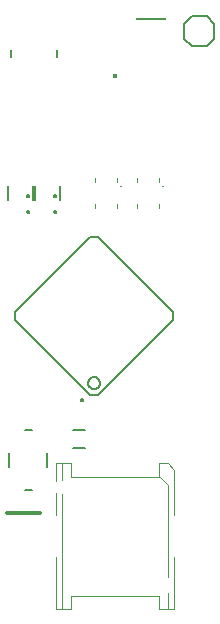
<source format=gbo>
G75*
%MOIN*%
%OFA0B0*%
%FSLAX25Y25*%
%IPPOS*%
%LPD*%
%AMOC8*
5,1,8,0,0,1.08239X$1,22.5*
%
%ADD10C,0.01200*%
%ADD11C,0.00394*%
%ADD12C,0.00600*%
%ADD13C,0.00500*%
%ADD14C,0.00787*%
%ADD15C,0.00800*%
%ADD16R,0.01673X0.01772*%
%ADD17R,0.10000X0.01000*%
D10*
X0048663Y0039000D02*
X0059663Y0039000D01*
D11*
X0064978Y0006987D02*
X0067144Y0006987D01*
X0067144Y0045176D01*
X0064978Y0045570D02*
X0064978Y0038090D01*
X0064978Y0049507D02*
X0064978Y0055413D01*
X0067144Y0055413D01*
X0067144Y0049704D01*
X0070097Y0050885D02*
X0070097Y0055413D01*
X0067144Y0055413D01*
X0070097Y0050885D02*
X0099230Y0050885D01*
X0099230Y0051279D01*
X0102183Y0048326D01*
X0102183Y0017617D01*
X0102183Y0012106D02*
X0102183Y0006987D01*
X0104349Y0006987D01*
X0104349Y0024310D01*
X0104349Y0038090D02*
X0104349Y0053247D01*
X0102183Y0055413D01*
X0099230Y0055413D01*
X0099230Y0051279D01*
X0064978Y0024310D02*
X0064978Y0006987D01*
X0067144Y0006987D02*
X0070097Y0006987D01*
X0070097Y0011121D01*
X0099230Y0011121D01*
X0099230Y0006987D01*
X0102183Y0006987D01*
X0099207Y0140382D02*
X0099207Y0141957D01*
X0092120Y0141957D02*
X0092120Y0140382D01*
X0085207Y0140382D02*
X0085207Y0141957D01*
X0078120Y0141957D02*
X0078120Y0140382D01*
X0078120Y0149043D02*
X0078120Y0150618D01*
X0085207Y0150618D02*
X0085207Y0149043D01*
X0092120Y0149043D02*
X0092120Y0150618D01*
X0099207Y0150618D02*
X0099207Y0149043D01*
D12*
X0066187Y0147803D02*
X0066187Y0143197D01*
X0058140Y0143197D02*
X0058140Y0147803D01*
X0057187Y0147803D02*
X0057187Y0143197D01*
X0049140Y0143197D02*
X0049140Y0147803D01*
X0107663Y0197000D02*
X0110163Y0194500D01*
X0115163Y0194500D01*
X0117663Y0197000D01*
X0117663Y0202000D01*
X0115163Y0204500D01*
X0110163Y0204500D01*
X0107663Y0202000D01*
X0107663Y0197000D01*
D13*
X0065282Y0193300D02*
X0065282Y0190700D01*
X0050045Y0190700D02*
X0050045Y0193300D01*
X0055331Y0144476D02*
X0055333Y0144513D01*
X0055339Y0144550D01*
X0055349Y0144587D01*
X0055362Y0144621D01*
X0055380Y0144655D01*
X0055400Y0144686D01*
X0055424Y0144715D01*
X0055451Y0144741D01*
X0055481Y0144764D01*
X0055512Y0144784D01*
X0055546Y0144800D01*
X0055581Y0144813D01*
X0055618Y0144822D01*
X0055655Y0144827D01*
X0055692Y0144828D01*
X0055730Y0144825D01*
X0055767Y0144818D01*
X0055802Y0144807D01*
X0055837Y0144793D01*
X0055870Y0144774D01*
X0055900Y0144753D01*
X0055929Y0144728D01*
X0055954Y0144701D01*
X0055976Y0144671D01*
X0055995Y0144638D01*
X0056011Y0144604D01*
X0056023Y0144569D01*
X0056031Y0144532D01*
X0056035Y0144495D01*
X0056035Y0144457D01*
X0056031Y0144420D01*
X0056023Y0144383D01*
X0056011Y0144348D01*
X0055995Y0144314D01*
X0055976Y0144281D01*
X0055954Y0144251D01*
X0055929Y0144224D01*
X0055900Y0144199D01*
X0055870Y0144178D01*
X0055837Y0144159D01*
X0055802Y0144145D01*
X0055767Y0144134D01*
X0055730Y0144127D01*
X0055692Y0144124D01*
X0055655Y0144125D01*
X0055618Y0144130D01*
X0055581Y0144139D01*
X0055546Y0144152D01*
X0055512Y0144168D01*
X0055481Y0144188D01*
X0055451Y0144211D01*
X0055424Y0144237D01*
X0055400Y0144266D01*
X0055380Y0144297D01*
X0055362Y0144331D01*
X0055349Y0144365D01*
X0055339Y0144402D01*
X0055333Y0144439D01*
X0055331Y0144476D01*
X0064331Y0144476D02*
X0064333Y0144513D01*
X0064339Y0144550D01*
X0064349Y0144587D01*
X0064362Y0144621D01*
X0064380Y0144655D01*
X0064400Y0144686D01*
X0064424Y0144715D01*
X0064451Y0144741D01*
X0064481Y0144764D01*
X0064512Y0144784D01*
X0064546Y0144800D01*
X0064581Y0144813D01*
X0064618Y0144822D01*
X0064655Y0144827D01*
X0064692Y0144828D01*
X0064730Y0144825D01*
X0064767Y0144818D01*
X0064802Y0144807D01*
X0064837Y0144793D01*
X0064870Y0144774D01*
X0064900Y0144753D01*
X0064929Y0144728D01*
X0064954Y0144701D01*
X0064976Y0144671D01*
X0064995Y0144638D01*
X0065011Y0144604D01*
X0065023Y0144569D01*
X0065031Y0144532D01*
X0065035Y0144495D01*
X0065035Y0144457D01*
X0065031Y0144420D01*
X0065023Y0144383D01*
X0065011Y0144348D01*
X0064995Y0144314D01*
X0064976Y0144281D01*
X0064954Y0144251D01*
X0064929Y0144224D01*
X0064900Y0144199D01*
X0064870Y0144178D01*
X0064837Y0144159D01*
X0064802Y0144145D01*
X0064767Y0144134D01*
X0064730Y0144127D01*
X0064692Y0144124D01*
X0064655Y0144125D01*
X0064618Y0144130D01*
X0064581Y0144139D01*
X0064546Y0144152D01*
X0064512Y0144168D01*
X0064481Y0144188D01*
X0064451Y0144211D01*
X0064424Y0144237D01*
X0064400Y0144266D01*
X0064380Y0144297D01*
X0064362Y0144331D01*
X0064349Y0144365D01*
X0064339Y0144402D01*
X0064333Y0144439D01*
X0064331Y0144476D01*
X0064411Y0139200D02*
X0064413Y0139237D01*
X0064419Y0139274D01*
X0064429Y0139311D01*
X0064442Y0139345D01*
X0064460Y0139379D01*
X0064480Y0139410D01*
X0064504Y0139439D01*
X0064531Y0139465D01*
X0064561Y0139488D01*
X0064592Y0139508D01*
X0064626Y0139524D01*
X0064661Y0139537D01*
X0064698Y0139546D01*
X0064735Y0139551D01*
X0064772Y0139552D01*
X0064810Y0139549D01*
X0064847Y0139542D01*
X0064882Y0139531D01*
X0064917Y0139517D01*
X0064950Y0139498D01*
X0064980Y0139477D01*
X0065009Y0139452D01*
X0065034Y0139425D01*
X0065056Y0139395D01*
X0065075Y0139362D01*
X0065091Y0139328D01*
X0065103Y0139293D01*
X0065111Y0139256D01*
X0065115Y0139219D01*
X0065115Y0139181D01*
X0065111Y0139144D01*
X0065103Y0139107D01*
X0065091Y0139072D01*
X0065075Y0139038D01*
X0065056Y0139005D01*
X0065034Y0138975D01*
X0065009Y0138948D01*
X0064980Y0138923D01*
X0064950Y0138902D01*
X0064917Y0138883D01*
X0064882Y0138869D01*
X0064847Y0138858D01*
X0064810Y0138851D01*
X0064772Y0138848D01*
X0064735Y0138849D01*
X0064698Y0138854D01*
X0064661Y0138863D01*
X0064626Y0138876D01*
X0064592Y0138892D01*
X0064561Y0138912D01*
X0064531Y0138935D01*
X0064504Y0138961D01*
X0064480Y0138990D01*
X0064460Y0139021D01*
X0064442Y0139055D01*
X0064429Y0139089D01*
X0064419Y0139126D01*
X0064413Y0139163D01*
X0064411Y0139200D01*
X0055411Y0139200D02*
X0055413Y0139237D01*
X0055419Y0139274D01*
X0055429Y0139311D01*
X0055442Y0139345D01*
X0055460Y0139379D01*
X0055480Y0139410D01*
X0055504Y0139439D01*
X0055531Y0139465D01*
X0055561Y0139488D01*
X0055592Y0139508D01*
X0055626Y0139524D01*
X0055661Y0139537D01*
X0055698Y0139546D01*
X0055735Y0139551D01*
X0055772Y0139552D01*
X0055810Y0139549D01*
X0055847Y0139542D01*
X0055882Y0139531D01*
X0055917Y0139517D01*
X0055950Y0139498D01*
X0055980Y0139477D01*
X0056009Y0139452D01*
X0056034Y0139425D01*
X0056056Y0139395D01*
X0056075Y0139362D01*
X0056091Y0139328D01*
X0056103Y0139293D01*
X0056111Y0139256D01*
X0056115Y0139219D01*
X0056115Y0139181D01*
X0056111Y0139144D01*
X0056103Y0139107D01*
X0056091Y0139072D01*
X0056075Y0139038D01*
X0056056Y0139005D01*
X0056034Y0138975D01*
X0056009Y0138948D01*
X0055980Y0138923D01*
X0055950Y0138902D01*
X0055917Y0138883D01*
X0055882Y0138869D01*
X0055847Y0138858D01*
X0055810Y0138851D01*
X0055772Y0138848D01*
X0055735Y0138849D01*
X0055698Y0138854D01*
X0055661Y0138863D01*
X0055626Y0138876D01*
X0055592Y0138892D01*
X0055561Y0138912D01*
X0055531Y0138935D01*
X0055504Y0138961D01*
X0055480Y0138990D01*
X0055460Y0139021D01*
X0055442Y0139055D01*
X0055429Y0139089D01*
X0055419Y0139126D01*
X0055413Y0139163D01*
X0055411Y0139200D01*
X0076272Y0130947D02*
X0079055Y0130947D01*
X0104110Y0105892D01*
X0104110Y0103108D01*
X0079055Y0078053D01*
X0076272Y0078053D01*
X0051217Y0103108D01*
X0051217Y0105892D01*
X0076272Y0130947D01*
X0075694Y0082229D02*
X0075696Y0082317D01*
X0075702Y0082405D01*
X0075712Y0082493D01*
X0075726Y0082581D01*
X0075743Y0082667D01*
X0075765Y0082753D01*
X0075790Y0082837D01*
X0075820Y0082921D01*
X0075852Y0083003D01*
X0075889Y0083083D01*
X0075929Y0083162D01*
X0075973Y0083239D01*
X0076020Y0083314D01*
X0076070Y0083386D01*
X0076124Y0083457D01*
X0076180Y0083524D01*
X0076240Y0083590D01*
X0076302Y0083652D01*
X0076368Y0083712D01*
X0076435Y0083768D01*
X0076506Y0083822D01*
X0076578Y0083872D01*
X0076653Y0083919D01*
X0076730Y0083963D01*
X0076809Y0084003D01*
X0076889Y0084040D01*
X0076971Y0084072D01*
X0077055Y0084102D01*
X0077139Y0084127D01*
X0077225Y0084149D01*
X0077311Y0084166D01*
X0077399Y0084180D01*
X0077487Y0084190D01*
X0077575Y0084196D01*
X0077663Y0084198D01*
X0077751Y0084196D01*
X0077839Y0084190D01*
X0077927Y0084180D01*
X0078015Y0084166D01*
X0078101Y0084149D01*
X0078187Y0084127D01*
X0078271Y0084102D01*
X0078355Y0084072D01*
X0078437Y0084040D01*
X0078517Y0084003D01*
X0078596Y0083963D01*
X0078673Y0083919D01*
X0078748Y0083872D01*
X0078820Y0083822D01*
X0078891Y0083768D01*
X0078958Y0083712D01*
X0079024Y0083652D01*
X0079086Y0083590D01*
X0079146Y0083524D01*
X0079202Y0083457D01*
X0079256Y0083386D01*
X0079306Y0083314D01*
X0079353Y0083239D01*
X0079397Y0083162D01*
X0079437Y0083083D01*
X0079474Y0083003D01*
X0079506Y0082921D01*
X0079536Y0082837D01*
X0079561Y0082753D01*
X0079583Y0082667D01*
X0079600Y0082581D01*
X0079614Y0082493D01*
X0079624Y0082405D01*
X0079630Y0082317D01*
X0079632Y0082229D01*
X0079630Y0082141D01*
X0079624Y0082053D01*
X0079614Y0081965D01*
X0079600Y0081877D01*
X0079583Y0081791D01*
X0079561Y0081705D01*
X0079536Y0081621D01*
X0079506Y0081537D01*
X0079474Y0081455D01*
X0079437Y0081375D01*
X0079397Y0081296D01*
X0079353Y0081219D01*
X0079306Y0081144D01*
X0079256Y0081072D01*
X0079202Y0081001D01*
X0079146Y0080934D01*
X0079086Y0080868D01*
X0079024Y0080806D01*
X0078958Y0080746D01*
X0078891Y0080690D01*
X0078820Y0080636D01*
X0078748Y0080586D01*
X0078673Y0080539D01*
X0078596Y0080495D01*
X0078517Y0080455D01*
X0078437Y0080418D01*
X0078355Y0080386D01*
X0078271Y0080356D01*
X0078187Y0080331D01*
X0078101Y0080309D01*
X0078015Y0080292D01*
X0077927Y0080278D01*
X0077839Y0080268D01*
X0077751Y0080262D01*
X0077663Y0080260D01*
X0077575Y0080262D01*
X0077487Y0080268D01*
X0077399Y0080278D01*
X0077311Y0080292D01*
X0077225Y0080309D01*
X0077139Y0080331D01*
X0077055Y0080356D01*
X0076971Y0080386D01*
X0076889Y0080418D01*
X0076809Y0080455D01*
X0076730Y0080495D01*
X0076653Y0080539D01*
X0076578Y0080586D01*
X0076506Y0080636D01*
X0076435Y0080690D01*
X0076368Y0080746D01*
X0076302Y0080806D01*
X0076240Y0080868D01*
X0076180Y0080934D01*
X0076124Y0081001D01*
X0076070Y0081072D01*
X0076020Y0081144D01*
X0075973Y0081219D01*
X0075929Y0081296D01*
X0075889Y0081375D01*
X0075852Y0081455D01*
X0075820Y0081537D01*
X0075790Y0081621D01*
X0075765Y0081705D01*
X0075743Y0081791D01*
X0075726Y0081877D01*
X0075712Y0081965D01*
X0075702Y0082053D01*
X0075696Y0082141D01*
X0075694Y0082229D01*
D14*
X0073233Y0076522D02*
X0073235Y0076561D01*
X0073241Y0076600D01*
X0073251Y0076638D01*
X0073264Y0076675D01*
X0073281Y0076710D01*
X0073301Y0076744D01*
X0073325Y0076775D01*
X0073352Y0076804D01*
X0073381Y0076830D01*
X0073413Y0076853D01*
X0073447Y0076873D01*
X0073483Y0076889D01*
X0073520Y0076901D01*
X0073559Y0076910D01*
X0073598Y0076915D01*
X0073637Y0076916D01*
X0073676Y0076913D01*
X0073715Y0076906D01*
X0073752Y0076895D01*
X0073789Y0076881D01*
X0073824Y0076863D01*
X0073857Y0076842D01*
X0073888Y0076817D01*
X0073916Y0076790D01*
X0073941Y0076760D01*
X0073963Y0076727D01*
X0073982Y0076693D01*
X0073997Y0076657D01*
X0074009Y0076619D01*
X0074017Y0076581D01*
X0074021Y0076542D01*
X0074021Y0076502D01*
X0074017Y0076463D01*
X0074009Y0076425D01*
X0073997Y0076387D01*
X0073982Y0076351D01*
X0073963Y0076317D01*
X0073941Y0076284D01*
X0073916Y0076254D01*
X0073888Y0076227D01*
X0073857Y0076202D01*
X0073824Y0076181D01*
X0073789Y0076163D01*
X0073752Y0076149D01*
X0073715Y0076138D01*
X0073676Y0076131D01*
X0073637Y0076128D01*
X0073598Y0076129D01*
X0073559Y0076134D01*
X0073520Y0076143D01*
X0073483Y0076155D01*
X0073447Y0076171D01*
X0073413Y0076191D01*
X0073381Y0076214D01*
X0073352Y0076240D01*
X0073325Y0076269D01*
X0073301Y0076300D01*
X0073281Y0076334D01*
X0073264Y0076369D01*
X0073251Y0076406D01*
X0073241Y0076444D01*
X0073235Y0076483D01*
X0073233Y0076522D01*
X0086703Y0147882D02*
X0086705Y0147894D01*
X0086710Y0147905D01*
X0086719Y0147914D01*
X0086730Y0147919D01*
X0086742Y0147921D01*
X0086754Y0147919D01*
X0086765Y0147914D01*
X0086774Y0147905D01*
X0086779Y0147894D01*
X0086781Y0147882D01*
X0086779Y0147870D01*
X0086774Y0147859D01*
X0086765Y0147850D01*
X0086754Y0147845D01*
X0086742Y0147843D01*
X0086730Y0147845D01*
X0086719Y0147850D01*
X0086710Y0147859D01*
X0086705Y0147870D01*
X0086703Y0147882D01*
X0100703Y0147882D02*
X0100705Y0147894D01*
X0100710Y0147905D01*
X0100719Y0147914D01*
X0100730Y0147919D01*
X0100742Y0147921D01*
X0100754Y0147919D01*
X0100765Y0147914D01*
X0100774Y0147905D01*
X0100779Y0147894D01*
X0100781Y0147882D01*
X0100779Y0147870D01*
X0100774Y0147859D01*
X0100765Y0147850D01*
X0100754Y0147845D01*
X0100742Y0147843D01*
X0100730Y0147845D01*
X0100719Y0147850D01*
X0100710Y0147859D01*
X0100705Y0147870D01*
X0100703Y0147882D01*
D15*
X0074632Y0066453D02*
X0070695Y0066453D01*
X0070695Y0060547D02*
X0074632Y0060547D01*
X0061963Y0058862D02*
X0061963Y0054138D01*
X0049364Y0054138D02*
X0049364Y0058862D01*
X0054482Y0066343D02*
X0056845Y0066343D01*
X0056845Y0046657D02*
X0054482Y0046657D01*
D16*
X0084504Y0184390D03*
D17*
X0096663Y0203600D03*
M02*

</source>
